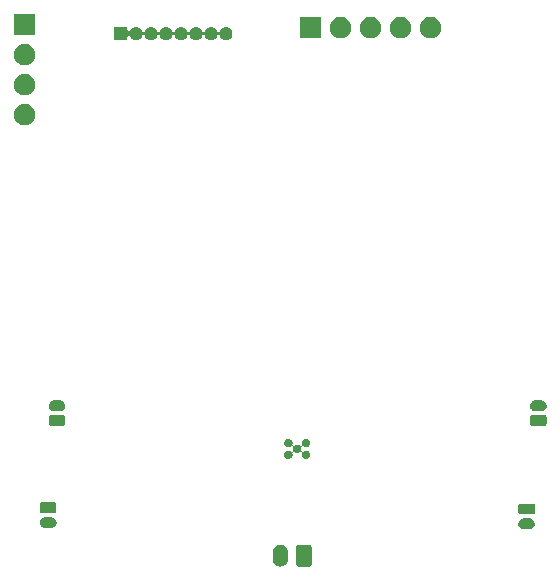
<source format=gbr>
G04 #@! TF.GenerationSoftware,KiCad,Pcbnew,(5.1.5-0-10_14)*
G04 #@! TF.CreationDate,2020-06-10T11:06:54+09:00*
G04 #@! TF.ProjectId,controller_system,636f6e74-726f-46c6-9c65-725f73797374,rev?*
G04 #@! TF.SameCoordinates,Original*
G04 #@! TF.FileFunction,Soldermask,Bot*
G04 #@! TF.FilePolarity,Negative*
%FSLAX46Y46*%
G04 Gerber Fmt 4.6, Leading zero omitted, Abs format (unit mm)*
G04 Created by KiCad (PCBNEW (5.1.5-0-10_14)) date 2020-06-10 11:06:54*
%MOMM*%
%LPD*%
G04 APERTURE LIST*
%ADD10C,0.100000*%
G04 APERTURE END LIST*
D10*
G36*
X163527618Y-126783420D02*
G01*
X163608400Y-126807925D01*
X163650336Y-126820646D01*
X163763425Y-126881094D01*
X163862554Y-126962446D01*
X163943906Y-127061575D01*
X164004354Y-127174664D01*
X164004355Y-127174668D01*
X164041580Y-127297382D01*
X164051000Y-127393027D01*
X164051000Y-128006973D01*
X164041580Y-128102618D01*
X164014040Y-128193404D01*
X164004354Y-128225336D01*
X163943906Y-128338425D01*
X163862554Y-128437553D01*
X163763424Y-128518906D01*
X163650335Y-128579354D01*
X163618403Y-128589040D01*
X163527617Y-128616580D01*
X163400000Y-128629149D01*
X163272382Y-128616580D01*
X163181596Y-128589040D01*
X163149664Y-128579354D01*
X163036575Y-128518906D01*
X162937447Y-128437554D01*
X162856094Y-128338424D01*
X162795646Y-128225335D01*
X162785960Y-128193403D01*
X162758420Y-128102617D01*
X162749000Y-128006972D01*
X162749000Y-127393027D01*
X162758420Y-127297382D01*
X162795645Y-127174668D01*
X162795645Y-127174667D01*
X162827957Y-127114217D01*
X162856095Y-127061574D01*
X162869493Y-127045249D01*
X162937447Y-126962446D01*
X163036576Y-126881094D01*
X163149665Y-126820646D01*
X163191601Y-126807925D01*
X163272383Y-126783420D01*
X163400000Y-126770851D01*
X163527618Y-126783420D01*
G37*
G36*
X165891242Y-126778404D02*
G01*
X165928337Y-126789657D01*
X165962515Y-126807925D01*
X165992481Y-126832519D01*
X166017075Y-126862485D01*
X166035343Y-126896663D01*
X166046596Y-126933758D01*
X166051000Y-126978474D01*
X166051000Y-128421526D01*
X166046596Y-128466242D01*
X166035343Y-128503337D01*
X166017075Y-128537515D01*
X165992481Y-128567481D01*
X165962515Y-128592075D01*
X165928337Y-128610343D01*
X165891242Y-128621596D01*
X165846526Y-128626000D01*
X164953474Y-128626000D01*
X164908758Y-128621596D01*
X164871663Y-128610343D01*
X164837485Y-128592075D01*
X164807519Y-128567481D01*
X164782925Y-128537515D01*
X164764657Y-128503337D01*
X164753404Y-128466242D01*
X164749000Y-128421526D01*
X164749000Y-126978474D01*
X164753404Y-126933758D01*
X164764657Y-126896663D01*
X164782925Y-126862485D01*
X164807519Y-126832519D01*
X164837485Y-126807925D01*
X164871663Y-126789657D01*
X164908758Y-126778404D01*
X164953474Y-126774000D01*
X165846526Y-126774000D01*
X165891242Y-126778404D01*
G37*
G36*
X184588410Y-124555525D02*
G01*
X184673426Y-124581314D01*
X184751775Y-124623193D01*
X184820449Y-124679551D01*
X184876807Y-124748225D01*
X184918686Y-124826574D01*
X184944475Y-124911590D01*
X184953182Y-125000000D01*
X184944475Y-125088410D01*
X184918686Y-125173426D01*
X184876807Y-125251775D01*
X184820449Y-125320449D01*
X184751775Y-125376807D01*
X184673426Y-125418686D01*
X184588410Y-125444475D01*
X184522158Y-125451000D01*
X183977842Y-125451000D01*
X183911590Y-125444475D01*
X183826574Y-125418686D01*
X183748225Y-125376807D01*
X183679551Y-125320449D01*
X183623193Y-125251775D01*
X183581314Y-125173426D01*
X183555525Y-125088410D01*
X183546818Y-125000000D01*
X183555525Y-124911590D01*
X183581314Y-124826574D01*
X183623193Y-124748225D01*
X183679551Y-124679551D01*
X183748225Y-124623193D01*
X183826574Y-124581314D01*
X183911590Y-124555525D01*
X183977842Y-124549000D01*
X184522158Y-124549000D01*
X184588410Y-124555525D01*
G37*
G36*
X144088410Y-124455525D02*
G01*
X144173426Y-124481314D01*
X144251775Y-124523193D01*
X144320449Y-124579551D01*
X144376807Y-124648225D01*
X144418686Y-124726574D01*
X144444475Y-124811590D01*
X144453182Y-124900000D01*
X144444475Y-124988410D01*
X144418686Y-125073426D01*
X144376807Y-125151775D01*
X144320449Y-125220449D01*
X144251775Y-125276807D01*
X144173426Y-125318686D01*
X144088410Y-125344475D01*
X144022158Y-125351000D01*
X143477842Y-125351000D01*
X143411590Y-125344475D01*
X143326574Y-125318686D01*
X143248225Y-125276807D01*
X143179551Y-125220449D01*
X143123193Y-125151775D01*
X143081314Y-125073426D01*
X143055525Y-124988410D01*
X143046818Y-124900000D01*
X143055525Y-124811590D01*
X143081314Y-124726574D01*
X143123193Y-124648225D01*
X143179551Y-124579551D01*
X143248225Y-124523193D01*
X143326574Y-124481314D01*
X143411590Y-124455525D01*
X143477842Y-124449000D01*
X144022158Y-124449000D01*
X144088410Y-124455525D01*
G37*
G36*
X184819683Y-123302725D02*
G01*
X184850143Y-123311966D01*
X184878223Y-123326974D01*
X184902831Y-123347169D01*
X184923026Y-123371777D01*
X184938034Y-123399857D01*
X184947275Y-123430317D01*
X184951000Y-123468140D01*
X184951000Y-124031860D01*
X184947275Y-124069683D01*
X184938034Y-124100143D01*
X184923026Y-124128223D01*
X184902831Y-124152831D01*
X184878223Y-124173026D01*
X184850143Y-124188034D01*
X184819683Y-124197275D01*
X184781860Y-124201000D01*
X183718140Y-124201000D01*
X183680317Y-124197275D01*
X183649857Y-124188034D01*
X183621777Y-124173026D01*
X183597169Y-124152831D01*
X183576974Y-124128223D01*
X183561966Y-124100143D01*
X183552725Y-124069683D01*
X183549000Y-124031860D01*
X183549000Y-123468140D01*
X183552725Y-123430317D01*
X183561966Y-123399857D01*
X183576974Y-123371777D01*
X183597169Y-123347169D01*
X183621777Y-123326974D01*
X183649857Y-123311966D01*
X183680317Y-123302725D01*
X183718140Y-123299000D01*
X184781860Y-123299000D01*
X184819683Y-123302725D01*
G37*
G36*
X144319683Y-123202725D02*
G01*
X144350143Y-123211966D01*
X144378223Y-123226974D01*
X144402831Y-123247169D01*
X144423026Y-123271777D01*
X144438034Y-123299857D01*
X144447275Y-123330317D01*
X144451000Y-123368140D01*
X144451000Y-123931860D01*
X144447275Y-123969683D01*
X144438034Y-124000143D01*
X144423026Y-124028223D01*
X144402831Y-124052831D01*
X144378223Y-124073026D01*
X144350143Y-124088034D01*
X144319683Y-124097275D01*
X144281860Y-124101000D01*
X143218140Y-124101000D01*
X143180317Y-124097275D01*
X143149857Y-124088034D01*
X143121777Y-124073026D01*
X143097169Y-124052831D01*
X143076974Y-124028223D01*
X143061966Y-124000143D01*
X143052725Y-123969683D01*
X143049000Y-123931860D01*
X143049000Y-123368140D01*
X143052725Y-123330317D01*
X143061966Y-123299857D01*
X143076974Y-123271777D01*
X143097169Y-123247169D01*
X143121777Y-123226974D01*
X143149857Y-123211966D01*
X143180317Y-123202725D01*
X143218140Y-123199000D01*
X144281860Y-123199000D01*
X144319683Y-123202725D01*
G37*
G36*
X164193264Y-117817370D02*
G01*
X164193267Y-117817371D01*
X164193266Y-117817371D01*
X164257139Y-117843827D01*
X164314629Y-117882241D01*
X164363521Y-117931133D01*
X164401935Y-117988623D01*
X164423505Y-118040699D01*
X164428392Y-118052498D01*
X164441881Y-118120311D01*
X164441881Y-118189451D01*
X164429665Y-118250864D01*
X164427263Y-118275250D01*
X164429665Y-118299637D01*
X164436778Y-118323086D01*
X164448329Y-118344696D01*
X164463874Y-118363638D01*
X164482816Y-118379184D01*
X164504426Y-118390735D01*
X164527875Y-118397848D01*
X164552261Y-118400250D01*
X164576648Y-118397848D01*
X164600097Y-118390735D01*
X164621708Y-118379184D01*
X164674623Y-118343827D01*
X164738496Y-118317371D01*
X164738495Y-118317371D01*
X164738498Y-118317370D01*
X164806311Y-118303881D01*
X164875451Y-118303881D01*
X164943264Y-118317370D01*
X164943267Y-118317371D01*
X164943266Y-118317371D01*
X165007139Y-118343827D01*
X165060054Y-118379184D01*
X165081665Y-118390735D01*
X165105114Y-118397848D01*
X165129500Y-118400250D01*
X165153886Y-118397848D01*
X165177335Y-118390735D01*
X165198946Y-118379184D01*
X165217887Y-118363639D01*
X165233433Y-118344697D01*
X165244984Y-118323086D01*
X165252097Y-118299637D01*
X165254499Y-118275251D01*
X165252097Y-118250864D01*
X165239881Y-118189451D01*
X165239881Y-118120311D01*
X165253370Y-118052498D01*
X165258257Y-118040699D01*
X165279827Y-117988623D01*
X165318241Y-117931133D01*
X165367133Y-117882241D01*
X165424623Y-117843827D01*
X165488496Y-117817371D01*
X165488495Y-117817371D01*
X165488498Y-117817370D01*
X165556311Y-117803881D01*
X165625451Y-117803881D01*
X165693264Y-117817370D01*
X165693267Y-117817371D01*
X165693266Y-117817371D01*
X165757139Y-117843827D01*
X165814629Y-117882241D01*
X165863521Y-117931133D01*
X165901935Y-117988623D01*
X165923505Y-118040699D01*
X165928392Y-118052498D01*
X165941881Y-118120311D01*
X165941881Y-118189451D01*
X165928392Y-118257264D01*
X165928391Y-118257266D01*
X165901935Y-118321139D01*
X165863521Y-118378629D01*
X165814629Y-118427521D01*
X165757139Y-118465935D01*
X165707064Y-118486676D01*
X165693264Y-118492392D01*
X165625451Y-118505881D01*
X165556311Y-118505881D01*
X165488498Y-118492392D01*
X165474698Y-118486676D01*
X165424623Y-118465935D01*
X165371708Y-118430578D01*
X165350097Y-118419027D01*
X165326648Y-118411914D01*
X165302262Y-118409512D01*
X165277876Y-118411914D01*
X165254427Y-118419027D01*
X165232816Y-118430578D01*
X165213875Y-118446123D01*
X165198329Y-118465065D01*
X165186778Y-118486676D01*
X165179665Y-118510125D01*
X165177263Y-118534511D01*
X165179665Y-118558898D01*
X165191881Y-118620311D01*
X165191881Y-118689451D01*
X165179665Y-118750864D01*
X165177263Y-118775250D01*
X165179665Y-118799637D01*
X165186778Y-118823086D01*
X165198329Y-118844696D01*
X165213874Y-118863638D01*
X165232816Y-118879184D01*
X165254426Y-118890735D01*
X165277875Y-118897848D01*
X165302261Y-118900250D01*
X165326648Y-118897848D01*
X165350097Y-118890735D01*
X165371708Y-118879184D01*
X165424623Y-118843827D01*
X165488496Y-118817371D01*
X165488495Y-118817371D01*
X165488498Y-118817370D01*
X165556311Y-118803881D01*
X165625451Y-118803881D01*
X165693264Y-118817370D01*
X165693267Y-118817371D01*
X165693266Y-118817371D01*
X165757139Y-118843827D01*
X165814629Y-118882241D01*
X165863521Y-118931133D01*
X165901935Y-118988623D01*
X165909083Y-119005881D01*
X165928392Y-119052498D01*
X165941881Y-119120311D01*
X165941881Y-119189451D01*
X165928392Y-119257264D01*
X165928391Y-119257266D01*
X165901935Y-119321139D01*
X165863521Y-119378629D01*
X165814629Y-119427521D01*
X165757139Y-119465935D01*
X165705063Y-119487505D01*
X165693264Y-119492392D01*
X165625451Y-119505881D01*
X165556311Y-119505881D01*
X165488498Y-119492392D01*
X165476699Y-119487505D01*
X165424623Y-119465935D01*
X165367133Y-119427521D01*
X165318241Y-119378629D01*
X165279827Y-119321139D01*
X165253371Y-119257266D01*
X165253370Y-119257264D01*
X165239881Y-119189451D01*
X165239881Y-119120311D01*
X165252097Y-119058897D01*
X165254499Y-119034512D01*
X165252097Y-119010125D01*
X165244984Y-118986676D01*
X165233433Y-118965066D01*
X165217888Y-118946124D01*
X165198946Y-118930578D01*
X165177336Y-118919027D01*
X165153887Y-118911914D01*
X165129501Y-118909512D01*
X165105114Y-118911914D01*
X165081665Y-118919027D01*
X165060054Y-118930578D01*
X165007139Y-118965935D01*
X164957064Y-118986676D01*
X164943264Y-118992392D01*
X164875451Y-119005881D01*
X164806311Y-119005881D01*
X164738498Y-118992392D01*
X164724698Y-118986676D01*
X164674623Y-118965935D01*
X164621708Y-118930578D01*
X164600097Y-118919027D01*
X164576648Y-118911914D01*
X164552262Y-118909512D01*
X164527876Y-118911914D01*
X164504427Y-118919027D01*
X164482816Y-118930578D01*
X164463875Y-118946123D01*
X164448329Y-118965065D01*
X164436778Y-118986676D01*
X164429665Y-119010125D01*
X164427263Y-119034511D01*
X164429665Y-119058897D01*
X164441881Y-119120311D01*
X164441881Y-119189451D01*
X164428392Y-119257264D01*
X164428391Y-119257266D01*
X164401935Y-119321139D01*
X164363521Y-119378629D01*
X164314629Y-119427521D01*
X164257139Y-119465935D01*
X164205063Y-119487505D01*
X164193264Y-119492392D01*
X164125451Y-119505881D01*
X164056311Y-119505881D01*
X163988498Y-119492392D01*
X163976699Y-119487505D01*
X163924623Y-119465935D01*
X163867133Y-119427521D01*
X163818241Y-119378629D01*
X163779827Y-119321139D01*
X163753371Y-119257266D01*
X163753370Y-119257264D01*
X163739881Y-119189451D01*
X163739881Y-119120311D01*
X163753370Y-119052498D01*
X163772679Y-119005881D01*
X163779827Y-118988623D01*
X163818241Y-118931133D01*
X163867133Y-118882241D01*
X163924623Y-118843827D01*
X163988496Y-118817371D01*
X163988495Y-118817371D01*
X163988498Y-118817370D01*
X164056311Y-118803881D01*
X164125451Y-118803881D01*
X164193264Y-118817370D01*
X164193267Y-118817371D01*
X164193266Y-118817371D01*
X164257139Y-118843827D01*
X164310054Y-118879184D01*
X164331665Y-118890735D01*
X164355114Y-118897848D01*
X164379500Y-118900250D01*
X164403886Y-118897848D01*
X164427335Y-118890735D01*
X164448946Y-118879184D01*
X164467887Y-118863639D01*
X164483433Y-118844697D01*
X164494984Y-118823086D01*
X164502097Y-118799637D01*
X164504499Y-118775251D01*
X164502097Y-118750864D01*
X164489881Y-118689451D01*
X164489881Y-118620311D01*
X164502097Y-118558898D01*
X164504499Y-118534512D01*
X164502097Y-118510125D01*
X164494984Y-118486676D01*
X164483433Y-118465066D01*
X164467888Y-118446124D01*
X164448946Y-118430578D01*
X164427336Y-118419027D01*
X164403887Y-118411914D01*
X164379501Y-118409512D01*
X164355114Y-118411914D01*
X164331665Y-118419027D01*
X164310054Y-118430578D01*
X164257139Y-118465935D01*
X164207064Y-118486676D01*
X164193264Y-118492392D01*
X164125451Y-118505881D01*
X164056311Y-118505881D01*
X163988498Y-118492392D01*
X163974698Y-118486676D01*
X163924623Y-118465935D01*
X163867133Y-118427521D01*
X163818241Y-118378629D01*
X163779827Y-118321139D01*
X163753371Y-118257266D01*
X163753370Y-118257264D01*
X163739881Y-118189451D01*
X163739881Y-118120311D01*
X163753370Y-118052498D01*
X163758257Y-118040699D01*
X163779827Y-117988623D01*
X163818241Y-117931133D01*
X163867133Y-117882241D01*
X163924623Y-117843827D01*
X163988496Y-117817371D01*
X163988495Y-117817371D01*
X163988498Y-117817370D01*
X164056311Y-117803881D01*
X164125451Y-117803881D01*
X164193264Y-117817370D01*
G37*
G36*
X185819683Y-115802725D02*
G01*
X185850143Y-115811966D01*
X185878223Y-115826974D01*
X185902831Y-115847169D01*
X185923026Y-115871777D01*
X185938034Y-115899857D01*
X185947275Y-115930317D01*
X185951000Y-115968140D01*
X185951000Y-116531860D01*
X185947275Y-116569683D01*
X185938034Y-116600143D01*
X185923026Y-116628223D01*
X185902831Y-116652831D01*
X185878223Y-116673026D01*
X185850143Y-116688034D01*
X185819683Y-116697275D01*
X185781860Y-116701000D01*
X184718140Y-116701000D01*
X184680317Y-116697275D01*
X184649857Y-116688034D01*
X184621777Y-116673026D01*
X184597169Y-116652831D01*
X184576974Y-116628223D01*
X184561966Y-116600143D01*
X184552725Y-116569683D01*
X184549000Y-116531860D01*
X184549000Y-115968140D01*
X184552725Y-115930317D01*
X184561966Y-115899857D01*
X184576974Y-115871777D01*
X184597169Y-115847169D01*
X184621777Y-115826974D01*
X184649857Y-115811966D01*
X184680317Y-115802725D01*
X184718140Y-115799000D01*
X185781860Y-115799000D01*
X185819683Y-115802725D01*
G37*
G36*
X145069683Y-115802725D02*
G01*
X145100143Y-115811966D01*
X145128223Y-115826974D01*
X145152831Y-115847169D01*
X145173026Y-115871777D01*
X145188034Y-115899857D01*
X145197275Y-115930317D01*
X145201000Y-115968140D01*
X145201000Y-116531860D01*
X145197275Y-116569683D01*
X145188034Y-116600143D01*
X145173026Y-116628223D01*
X145152831Y-116652831D01*
X145128223Y-116673026D01*
X145100143Y-116688034D01*
X145069683Y-116697275D01*
X145031860Y-116701000D01*
X143968140Y-116701000D01*
X143930317Y-116697275D01*
X143899857Y-116688034D01*
X143871777Y-116673026D01*
X143847169Y-116652831D01*
X143826974Y-116628223D01*
X143811966Y-116600143D01*
X143802725Y-116569683D01*
X143799000Y-116531860D01*
X143799000Y-115968140D01*
X143802725Y-115930317D01*
X143811966Y-115899857D01*
X143826974Y-115871777D01*
X143847169Y-115847169D01*
X143871777Y-115826974D01*
X143899857Y-115811966D01*
X143930317Y-115802725D01*
X143968140Y-115799000D01*
X145031860Y-115799000D01*
X145069683Y-115802725D01*
G37*
G36*
X144838410Y-114555525D02*
G01*
X144923426Y-114581314D01*
X145001775Y-114623193D01*
X145070449Y-114679551D01*
X145126807Y-114748225D01*
X145168686Y-114826574D01*
X145194475Y-114911590D01*
X145203182Y-115000000D01*
X145194475Y-115088410D01*
X145168686Y-115173426D01*
X145126807Y-115251775D01*
X145070449Y-115320449D01*
X145001775Y-115376807D01*
X144923426Y-115418686D01*
X144838410Y-115444475D01*
X144772158Y-115451000D01*
X144227842Y-115451000D01*
X144161590Y-115444475D01*
X144076574Y-115418686D01*
X143998225Y-115376807D01*
X143929551Y-115320449D01*
X143873193Y-115251775D01*
X143831314Y-115173426D01*
X143805525Y-115088410D01*
X143796818Y-115000000D01*
X143805525Y-114911590D01*
X143831314Y-114826574D01*
X143873193Y-114748225D01*
X143929551Y-114679551D01*
X143998225Y-114623193D01*
X144076574Y-114581314D01*
X144161590Y-114555525D01*
X144227842Y-114549000D01*
X144772158Y-114549000D01*
X144838410Y-114555525D01*
G37*
G36*
X185588410Y-114555525D02*
G01*
X185673426Y-114581314D01*
X185751775Y-114623193D01*
X185820449Y-114679551D01*
X185876807Y-114748225D01*
X185918686Y-114826574D01*
X185944475Y-114911590D01*
X185953182Y-115000000D01*
X185944475Y-115088410D01*
X185918686Y-115173426D01*
X185876807Y-115251775D01*
X185820449Y-115320449D01*
X185751775Y-115376807D01*
X185673426Y-115418686D01*
X185588410Y-115444475D01*
X185522158Y-115451000D01*
X184977842Y-115451000D01*
X184911590Y-115444475D01*
X184826574Y-115418686D01*
X184748225Y-115376807D01*
X184679551Y-115320449D01*
X184623193Y-115251775D01*
X184581314Y-115173426D01*
X184555525Y-115088410D01*
X184546818Y-115000000D01*
X184555525Y-114911590D01*
X184581314Y-114826574D01*
X184623193Y-114748225D01*
X184679551Y-114679551D01*
X184748225Y-114623193D01*
X184826574Y-114581314D01*
X184911590Y-114555525D01*
X184977842Y-114549000D01*
X185522158Y-114549000D01*
X185588410Y-114555525D01*
G37*
G36*
X141863512Y-89473927D02*
G01*
X142012812Y-89503624D01*
X142176784Y-89571544D01*
X142324354Y-89670147D01*
X142449853Y-89795646D01*
X142548456Y-89943216D01*
X142616376Y-90107188D01*
X142651000Y-90281259D01*
X142651000Y-90458741D01*
X142616376Y-90632812D01*
X142548456Y-90796784D01*
X142449853Y-90944354D01*
X142324354Y-91069853D01*
X142176784Y-91168456D01*
X142012812Y-91236376D01*
X141863512Y-91266073D01*
X141838742Y-91271000D01*
X141661258Y-91271000D01*
X141636488Y-91266073D01*
X141487188Y-91236376D01*
X141323216Y-91168456D01*
X141175646Y-91069853D01*
X141050147Y-90944354D01*
X140951544Y-90796784D01*
X140883624Y-90632812D01*
X140849000Y-90458741D01*
X140849000Y-90281259D01*
X140883624Y-90107188D01*
X140951544Y-89943216D01*
X141050147Y-89795646D01*
X141175646Y-89670147D01*
X141323216Y-89571544D01*
X141487188Y-89503624D01*
X141636488Y-89473927D01*
X141661258Y-89469000D01*
X141838742Y-89469000D01*
X141863512Y-89473927D01*
G37*
G36*
X141863512Y-86933927D02*
G01*
X142012812Y-86963624D01*
X142176784Y-87031544D01*
X142324354Y-87130147D01*
X142449853Y-87255646D01*
X142548456Y-87403216D01*
X142616376Y-87567188D01*
X142651000Y-87741259D01*
X142651000Y-87918741D01*
X142616376Y-88092812D01*
X142548456Y-88256784D01*
X142449853Y-88404354D01*
X142324354Y-88529853D01*
X142176784Y-88628456D01*
X142012812Y-88696376D01*
X141863512Y-88726073D01*
X141838742Y-88731000D01*
X141661258Y-88731000D01*
X141636488Y-88726073D01*
X141487188Y-88696376D01*
X141323216Y-88628456D01*
X141175646Y-88529853D01*
X141050147Y-88404354D01*
X140951544Y-88256784D01*
X140883624Y-88092812D01*
X140849000Y-87918741D01*
X140849000Y-87741259D01*
X140883624Y-87567188D01*
X140951544Y-87403216D01*
X141050147Y-87255646D01*
X141175646Y-87130147D01*
X141323216Y-87031544D01*
X141487188Y-86963624D01*
X141636488Y-86933927D01*
X141661258Y-86929000D01*
X141838742Y-86929000D01*
X141863512Y-86933927D01*
G37*
G36*
X141863512Y-84393927D02*
G01*
X142012812Y-84423624D01*
X142176784Y-84491544D01*
X142324354Y-84590147D01*
X142449853Y-84715646D01*
X142548456Y-84863216D01*
X142616376Y-85027188D01*
X142651000Y-85201259D01*
X142651000Y-85378741D01*
X142616376Y-85552812D01*
X142548456Y-85716784D01*
X142449853Y-85864354D01*
X142324354Y-85989853D01*
X142176784Y-86088456D01*
X142012812Y-86156376D01*
X141863512Y-86186073D01*
X141838742Y-86191000D01*
X141661258Y-86191000D01*
X141636488Y-86186073D01*
X141487188Y-86156376D01*
X141323216Y-86088456D01*
X141175646Y-85989853D01*
X141050147Y-85864354D01*
X140951544Y-85716784D01*
X140883624Y-85552812D01*
X140849000Y-85378741D01*
X140849000Y-85201259D01*
X140883624Y-85027188D01*
X140951544Y-84863216D01*
X141050147Y-84715646D01*
X141175646Y-84590147D01*
X141323216Y-84491544D01*
X141487188Y-84423624D01*
X141636488Y-84393927D01*
X141661258Y-84389000D01*
X141838742Y-84389000D01*
X141863512Y-84393927D01*
G37*
G36*
X150451000Y-83172218D02*
G01*
X150453402Y-83196604D01*
X150460515Y-83220053D01*
X150472066Y-83241664D01*
X150487611Y-83260606D01*
X150506553Y-83276151D01*
X150528164Y-83287702D01*
X150551613Y-83294815D01*
X150575999Y-83297217D01*
X150600385Y-83294815D01*
X150623834Y-83287702D01*
X150645445Y-83276151D01*
X150664387Y-83260606D01*
X150679932Y-83241664D01*
X150742009Y-83148760D01*
X150742010Y-83148758D01*
X150818758Y-83072010D01*
X150909004Y-83011710D01*
X150909005Y-83011709D01*
X151009279Y-82970174D01*
X151115730Y-82949000D01*
X151224270Y-82949000D01*
X151330721Y-82970174D01*
X151430995Y-83011709D01*
X151430996Y-83011710D01*
X151521242Y-83072010D01*
X151597990Y-83148758D01*
X151597991Y-83148760D01*
X151658291Y-83239005D01*
X151689516Y-83314389D01*
X151701067Y-83336000D01*
X151716612Y-83354941D01*
X151735554Y-83370487D01*
X151757165Y-83382038D01*
X151780614Y-83389151D01*
X151805000Y-83391553D01*
X151829386Y-83389151D01*
X151852835Y-83382038D01*
X151874446Y-83370487D01*
X151893387Y-83354942D01*
X151908933Y-83336000D01*
X151920484Y-83314389D01*
X151951709Y-83239005D01*
X152012009Y-83148760D01*
X152012010Y-83148758D01*
X152088758Y-83072010D01*
X152179004Y-83011710D01*
X152179005Y-83011709D01*
X152279279Y-82970174D01*
X152385730Y-82949000D01*
X152494270Y-82949000D01*
X152600721Y-82970174D01*
X152700995Y-83011709D01*
X152700996Y-83011710D01*
X152791242Y-83072010D01*
X152867990Y-83148758D01*
X152867991Y-83148760D01*
X152928291Y-83239005D01*
X152959516Y-83314389D01*
X152971067Y-83336000D01*
X152986612Y-83354941D01*
X153005554Y-83370487D01*
X153027165Y-83382038D01*
X153050614Y-83389151D01*
X153075000Y-83391553D01*
X153099386Y-83389151D01*
X153122835Y-83382038D01*
X153144446Y-83370487D01*
X153163387Y-83354942D01*
X153178933Y-83336000D01*
X153190484Y-83314389D01*
X153221709Y-83239005D01*
X153282009Y-83148760D01*
X153282010Y-83148758D01*
X153358758Y-83072010D01*
X153449004Y-83011710D01*
X153449005Y-83011709D01*
X153549279Y-82970174D01*
X153655730Y-82949000D01*
X153764270Y-82949000D01*
X153870721Y-82970174D01*
X153970995Y-83011709D01*
X153970996Y-83011710D01*
X154061242Y-83072010D01*
X154137990Y-83148758D01*
X154137991Y-83148760D01*
X154198291Y-83239005D01*
X154229516Y-83314389D01*
X154241067Y-83336000D01*
X154256612Y-83354941D01*
X154275554Y-83370487D01*
X154297165Y-83382038D01*
X154320614Y-83389151D01*
X154345000Y-83391553D01*
X154369386Y-83389151D01*
X154392835Y-83382038D01*
X154414446Y-83370487D01*
X154433387Y-83354942D01*
X154448933Y-83336000D01*
X154460484Y-83314389D01*
X154491709Y-83239005D01*
X154552009Y-83148760D01*
X154552010Y-83148758D01*
X154628758Y-83072010D01*
X154719004Y-83011710D01*
X154719005Y-83011709D01*
X154819279Y-82970174D01*
X154925730Y-82949000D01*
X155034270Y-82949000D01*
X155140721Y-82970174D01*
X155240995Y-83011709D01*
X155240996Y-83011710D01*
X155331242Y-83072010D01*
X155407990Y-83148758D01*
X155407991Y-83148760D01*
X155468291Y-83239005D01*
X155499516Y-83314389D01*
X155511067Y-83336000D01*
X155526612Y-83354941D01*
X155545554Y-83370487D01*
X155567165Y-83382038D01*
X155590614Y-83389151D01*
X155615000Y-83391553D01*
X155639386Y-83389151D01*
X155662835Y-83382038D01*
X155684446Y-83370487D01*
X155703387Y-83354942D01*
X155718933Y-83336000D01*
X155730484Y-83314389D01*
X155761709Y-83239005D01*
X155822009Y-83148760D01*
X155822010Y-83148758D01*
X155898758Y-83072010D01*
X155989004Y-83011710D01*
X155989005Y-83011709D01*
X156089279Y-82970174D01*
X156195730Y-82949000D01*
X156304270Y-82949000D01*
X156410721Y-82970174D01*
X156510995Y-83011709D01*
X156510996Y-83011710D01*
X156601242Y-83072010D01*
X156677990Y-83148758D01*
X156677991Y-83148760D01*
X156738291Y-83239005D01*
X156769516Y-83314389D01*
X156781067Y-83336000D01*
X156796612Y-83354941D01*
X156815554Y-83370487D01*
X156837165Y-83382038D01*
X156860614Y-83389151D01*
X156885000Y-83391553D01*
X156909386Y-83389151D01*
X156932835Y-83382038D01*
X156954446Y-83370487D01*
X156973387Y-83354942D01*
X156988933Y-83336000D01*
X157000484Y-83314389D01*
X157031709Y-83239005D01*
X157092009Y-83148760D01*
X157092010Y-83148758D01*
X157168758Y-83072010D01*
X157259004Y-83011710D01*
X157259005Y-83011709D01*
X157359279Y-82970174D01*
X157465730Y-82949000D01*
X157574270Y-82949000D01*
X157680721Y-82970174D01*
X157780995Y-83011709D01*
X157780996Y-83011710D01*
X157871242Y-83072010D01*
X157947990Y-83148758D01*
X157947991Y-83148760D01*
X158008291Y-83239005D01*
X158039516Y-83314389D01*
X158051067Y-83336000D01*
X158066612Y-83354941D01*
X158085554Y-83370487D01*
X158107165Y-83382038D01*
X158130614Y-83389151D01*
X158155000Y-83391553D01*
X158179386Y-83389151D01*
X158202835Y-83382038D01*
X158224446Y-83370487D01*
X158243387Y-83354942D01*
X158258933Y-83336000D01*
X158270484Y-83314389D01*
X158301709Y-83239005D01*
X158362009Y-83148760D01*
X158362010Y-83148758D01*
X158438758Y-83072010D01*
X158529004Y-83011710D01*
X158529005Y-83011709D01*
X158629279Y-82970174D01*
X158735730Y-82949000D01*
X158844270Y-82949000D01*
X158950721Y-82970174D01*
X159050995Y-83011709D01*
X159050996Y-83011710D01*
X159141242Y-83072010D01*
X159217990Y-83148758D01*
X159217991Y-83148760D01*
X159278291Y-83239005D01*
X159319826Y-83339279D01*
X159341000Y-83445730D01*
X159341000Y-83554270D01*
X159319826Y-83660721D01*
X159278291Y-83760995D01*
X159278290Y-83760996D01*
X159217990Y-83851242D01*
X159141242Y-83927990D01*
X159095812Y-83958345D01*
X159050995Y-83988291D01*
X158950721Y-84029826D01*
X158844270Y-84051000D01*
X158735730Y-84051000D01*
X158629279Y-84029826D01*
X158529005Y-83988291D01*
X158484188Y-83958345D01*
X158438758Y-83927990D01*
X158362010Y-83851242D01*
X158301710Y-83760996D01*
X158301709Y-83760995D01*
X158270484Y-83685611D01*
X158258933Y-83664000D01*
X158243388Y-83645059D01*
X158224446Y-83629513D01*
X158202835Y-83617962D01*
X158179386Y-83610849D01*
X158155000Y-83608447D01*
X158130614Y-83610849D01*
X158107165Y-83617962D01*
X158085554Y-83629513D01*
X158066613Y-83645058D01*
X158051067Y-83664000D01*
X158039516Y-83685611D01*
X158008291Y-83760995D01*
X158008290Y-83760996D01*
X157947990Y-83851242D01*
X157871242Y-83927990D01*
X157825812Y-83958345D01*
X157780995Y-83988291D01*
X157680721Y-84029826D01*
X157574270Y-84051000D01*
X157465730Y-84051000D01*
X157359279Y-84029826D01*
X157259005Y-83988291D01*
X157214188Y-83958345D01*
X157168758Y-83927990D01*
X157092010Y-83851242D01*
X157031710Y-83760996D01*
X157031709Y-83760995D01*
X157000484Y-83685611D01*
X156988933Y-83664000D01*
X156973388Y-83645059D01*
X156954446Y-83629513D01*
X156932835Y-83617962D01*
X156909386Y-83610849D01*
X156885000Y-83608447D01*
X156860614Y-83610849D01*
X156837165Y-83617962D01*
X156815554Y-83629513D01*
X156796613Y-83645058D01*
X156781067Y-83664000D01*
X156769516Y-83685611D01*
X156738291Y-83760995D01*
X156738290Y-83760996D01*
X156677990Y-83851242D01*
X156601242Y-83927990D01*
X156555812Y-83958345D01*
X156510995Y-83988291D01*
X156410721Y-84029826D01*
X156304270Y-84051000D01*
X156195730Y-84051000D01*
X156089279Y-84029826D01*
X155989005Y-83988291D01*
X155944188Y-83958345D01*
X155898758Y-83927990D01*
X155822010Y-83851242D01*
X155761710Y-83760996D01*
X155761709Y-83760995D01*
X155730484Y-83685611D01*
X155718933Y-83664000D01*
X155703388Y-83645059D01*
X155684446Y-83629513D01*
X155662835Y-83617962D01*
X155639386Y-83610849D01*
X155615000Y-83608447D01*
X155590614Y-83610849D01*
X155567165Y-83617962D01*
X155545554Y-83629513D01*
X155526613Y-83645058D01*
X155511067Y-83664000D01*
X155499516Y-83685611D01*
X155468291Y-83760995D01*
X155468290Y-83760996D01*
X155407990Y-83851242D01*
X155331242Y-83927990D01*
X155285812Y-83958345D01*
X155240995Y-83988291D01*
X155140721Y-84029826D01*
X155034270Y-84051000D01*
X154925730Y-84051000D01*
X154819279Y-84029826D01*
X154719005Y-83988291D01*
X154674188Y-83958345D01*
X154628758Y-83927990D01*
X154552010Y-83851242D01*
X154491710Y-83760996D01*
X154491709Y-83760995D01*
X154460484Y-83685611D01*
X154448933Y-83664000D01*
X154433388Y-83645059D01*
X154414446Y-83629513D01*
X154392835Y-83617962D01*
X154369386Y-83610849D01*
X154345000Y-83608447D01*
X154320614Y-83610849D01*
X154297165Y-83617962D01*
X154275554Y-83629513D01*
X154256613Y-83645058D01*
X154241067Y-83664000D01*
X154229516Y-83685611D01*
X154198291Y-83760995D01*
X154198290Y-83760996D01*
X154137990Y-83851242D01*
X154061242Y-83927990D01*
X154015812Y-83958345D01*
X153970995Y-83988291D01*
X153870721Y-84029826D01*
X153764270Y-84051000D01*
X153655730Y-84051000D01*
X153549279Y-84029826D01*
X153449005Y-83988291D01*
X153404188Y-83958345D01*
X153358758Y-83927990D01*
X153282010Y-83851242D01*
X153221710Y-83760996D01*
X153221709Y-83760995D01*
X153190484Y-83685611D01*
X153178933Y-83664000D01*
X153163388Y-83645059D01*
X153144446Y-83629513D01*
X153122835Y-83617962D01*
X153099386Y-83610849D01*
X153075000Y-83608447D01*
X153050614Y-83610849D01*
X153027165Y-83617962D01*
X153005554Y-83629513D01*
X152986613Y-83645058D01*
X152971067Y-83664000D01*
X152959516Y-83685611D01*
X152928291Y-83760995D01*
X152928290Y-83760996D01*
X152867990Y-83851242D01*
X152791242Y-83927990D01*
X152745812Y-83958345D01*
X152700995Y-83988291D01*
X152600721Y-84029826D01*
X152494270Y-84051000D01*
X152385730Y-84051000D01*
X152279279Y-84029826D01*
X152179005Y-83988291D01*
X152134188Y-83958345D01*
X152088758Y-83927990D01*
X152012010Y-83851242D01*
X151951710Y-83760996D01*
X151951709Y-83760995D01*
X151920484Y-83685611D01*
X151908933Y-83664000D01*
X151893388Y-83645059D01*
X151874446Y-83629513D01*
X151852835Y-83617962D01*
X151829386Y-83610849D01*
X151805000Y-83608447D01*
X151780614Y-83610849D01*
X151757165Y-83617962D01*
X151735554Y-83629513D01*
X151716613Y-83645058D01*
X151701067Y-83664000D01*
X151689516Y-83685611D01*
X151658291Y-83760995D01*
X151658290Y-83760996D01*
X151597990Y-83851242D01*
X151521242Y-83927990D01*
X151475812Y-83958345D01*
X151430995Y-83988291D01*
X151330721Y-84029826D01*
X151224270Y-84051000D01*
X151115730Y-84051000D01*
X151009279Y-84029826D01*
X150909005Y-83988291D01*
X150864188Y-83958345D01*
X150818758Y-83927990D01*
X150742010Y-83851242D01*
X150721012Y-83819816D01*
X150679932Y-83758336D01*
X150664386Y-83739394D01*
X150645444Y-83723849D01*
X150623833Y-83712298D01*
X150600385Y-83705185D01*
X150575998Y-83702783D01*
X150551612Y-83705185D01*
X150528163Y-83712298D01*
X150506553Y-83723849D01*
X150487611Y-83739395D01*
X150472066Y-83758337D01*
X150460515Y-83779948D01*
X150453402Y-83803396D01*
X150451000Y-83827782D01*
X150451000Y-84051000D01*
X149349000Y-84051000D01*
X149349000Y-82949000D01*
X150451000Y-82949000D01*
X150451000Y-83172218D01*
G37*
G36*
X166861000Y-83901000D02*
G01*
X165059000Y-83901000D01*
X165059000Y-82099000D01*
X166861000Y-82099000D01*
X166861000Y-83901000D01*
G37*
G36*
X173693512Y-82103927D02*
G01*
X173842812Y-82133624D01*
X174006784Y-82201544D01*
X174154354Y-82300147D01*
X174279853Y-82425646D01*
X174378456Y-82573216D01*
X174446376Y-82737188D01*
X174481000Y-82911259D01*
X174481000Y-83088741D01*
X174446376Y-83262812D01*
X174378456Y-83426784D01*
X174279853Y-83574354D01*
X174154354Y-83699853D01*
X174006784Y-83798456D01*
X173842812Y-83866376D01*
X173693512Y-83896073D01*
X173668742Y-83901000D01*
X173491258Y-83901000D01*
X173466488Y-83896073D01*
X173317188Y-83866376D01*
X173153216Y-83798456D01*
X173005646Y-83699853D01*
X172880147Y-83574354D01*
X172781544Y-83426784D01*
X172713624Y-83262812D01*
X172679000Y-83088741D01*
X172679000Y-82911259D01*
X172713624Y-82737188D01*
X172781544Y-82573216D01*
X172880147Y-82425646D01*
X173005646Y-82300147D01*
X173153216Y-82201544D01*
X173317188Y-82133624D01*
X173466488Y-82103927D01*
X173491258Y-82099000D01*
X173668742Y-82099000D01*
X173693512Y-82103927D01*
G37*
G36*
X171153512Y-82103927D02*
G01*
X171302812Y-82133624D01*
X171466784Y-82201544D01*
X171614354Y-82300147D01*
X171739853Y-82425646D01*
X171838456Y-82573216D01*
X171906376Y-82737188D01*
X171941000Y-82911259D01*
X171941000Y-83088741D01*
X171906376Y-83262812D01*
X171838456Y-83426784D01*
X171739853Y-83574354D01*
X171614354Y-83699853D01*
X171466784Y-83798456D01*
X171302812Y-83866376D01*
X171153512Y-83896073D01*
X171128742Y-83901000D01*
X170951258Y-83901000D01*
X170926488Y-83896073D01*
X170777188Y-83866376D01*
X170613216Y-83798456D01*
X170465646Y-83699853D01*
X170340147Y-83574354D01*
X170241544Y-83426784D01*
X170173624Y-83262812D01*
X170139000Y-83088741D01*
X170139000Y-82911259D01*
X170173624Y-82737188D01*
X170241544Y-82573216D01*
X170340147Y-82425646D01*
X170465646Y-82300147D01*
X170613216Y-82201544D01*
X170777188Y-82133624D01*
X170926488Y-82103927D01*
X170951258Y-82099000D01*
X171128742Y-82099000D01*
X171153512Y-82103927D01*
G37*
G36*
X168613512Y-82103927D02*
G01*
X168762812Y-82133624D01*
X168926784Y-82201544D01*
X169074354Y-82300147D01*
X169199853Y-82425646D01*
X169298456Y-82573216D01*
X169366376Y-82737188D01*
X169401000Y-82911259D01*
X169401000Y-83088741D01*
X169366376Y-83262812D01*
X169298456Y-83426784D01*
X169199853Y-83574354D01*
X169074354Y-83699853D01*
X168926784Y-83798456D01*
X168762812Y-83866376D01*
X168613512Y-83896073D01*
X168588742Y-83901000D01*
X168411258Y-83901000D01*
X168386488Y-83896073D01*
X168237188Y-83866376D01*
X168073216Y-83798456D01*
X167925646Y-83699853D01*
X167800147Y-83574354D01*
X167701544Y-83426784D01*
X167633624Y-83262812D01*
X167599000Y-83088741D01*
X167599000Y-82911259D01*
X167633624Y-82737188D01*
X167701544Y-82573216D01*
X167800147Y-82425646D01*
X167925646Y-82300147D01*
X168073216Y-82201544D01*
X168237188Y-82133624D01*
X168386488Y-82103927D01*
X168411258Y-82099000D01*
X168588742Y-82099000D01*
X168613512Y-82103927D01*
G37*
G36*
X176233512Y-82103927D02*
G01*
X176382812Y-82133624D01*
X176546784Y-82201544D01*
X176694354Y-82300147D01*
X176819853Y-82425646D01*
X176918456Y-82573216D01*
X176986376Y-82737188D01*
X177021000Y-82911259D01*
X177021000Y-83088741D01*
X176986376Y-83262812D01*
X176918456Y-83426784D01*
X176819853Y-83574354D01*
X176694354Y-83699853D01*
X176546784Y-83798456D01*
X176382812Y-83866376D01*
X176233512Y-83896073D01*
X176208742Y-83901000D01*
X176031258Y-83901000D01*
X176006488Y-83896073D01*
X175857188Y-83866376D01*
X175693216Y-83798456D01*
X175545646Y-83699853D01*
X175420147Y-83574354D01*
X175321544Y-83426784D01*
X175253624Y-83262812D01*
X175219000Y-83088741D01*
X175219000Y-82911259D01*
X175253624Y-82737188D01*
X175321544Y-82573216D01*
X175420147Y-82425646D01*
X175545646Y-82300147D01*
X175693216Y-82201544D01*
X175857188Y-82133624D01*
X176006488Y-82103927D01*
X176031258Y-82099000D01*
X176208742Y-82099000D01*
X176233512Y-82103927D01*
G37*
G36*
X142651000Y-83651000D02*
G01*
X140849000Y-83651000D01*
X140849000Y-81849000D01*
X142651000Y-81849000D01*
X142651000Y-83651000D01*
G37*
M02*

</source>
